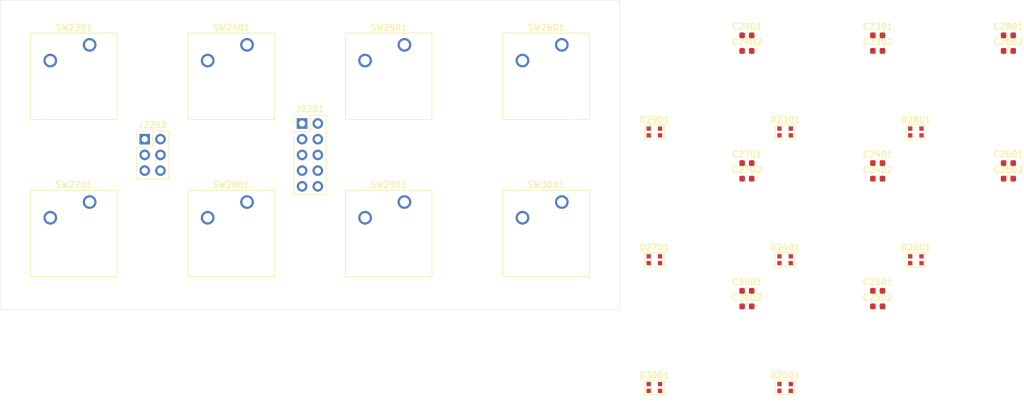
<source format=kicad_pcb>
(kicad_pcb (version 20241229) (generator "pcbnew") (generator_version "9.0")
  (layers (0 "F.Cu" signal) (2 "B.Cu" signal) (13 "F.Paste" user) (15 "B.Paste" user) (5 "F.SilkS" user "F.Silkscreen") (7 "B.SilkS" user "B.Silkscreen") (1 "F.Mask" user) (3 "B.Mask" user) (25 "Edge.Cuts" user))
  (net 0 "")
  (net 1 "/button8/LED_5V")
  (net 2 "GND")
  (net 3 "/button8/1_GPB0")
  (net 4 "/button8/1_GPB1")
  (net 5 "/button8/1_GPB2")
  (net 6 "/button8/1_GPB3")
  (net 7 "/button8/1_GPB4")
  (net 8 "/button8/1_GPB5")
  (net 9 "/button8/1_GPB6")
  (net 10 "/button8/1_GPB7")
  (net 11 "/button8/LED_DIN")
  (net 12 "/button8/button/DOUT")
  (net 13 "/button8/button1/DOUT")
  (net 14 "/button8/button2/DOUT")
  (net 15 "/button8/button3/DOUT")
  (net 16 "/button8/button4/DOUT")
  (net 17 "/button8/button5/DOUT")
  (net 18 "/button8/button6/DOUT")
  (net 19 "/button8/LED_DOUT")
  (footprint "Connector_PinHeader_2.54mm:PinHeader_2x05_P2.54mm_Vertical" (layer "F.Cu") (at 98.725 69.925)
    (property "Reference" "J2201" (at 1.27 -2.33 0) (layer "F.SilkS"))
    (property "Value" "Conn_02x05_Odd_Even")
    (fp_line (start -1.33 -1.33) (end 0 -1.33) (stroke (width 0.12)) (layer "F.SilkS"))
    (fp_line (start -1.33 0) (end -1.33 -1.33) (stroke (width 0.12)) (layer "F.SilkS"))
    (fp_line (start -1.33 1.27) (end -1.33 11.49) (stroke (width 0.12)) (layer "F.SilkS"))
    (fp_line (start -1.33 1.27) (end 1.27 1.27) (stroke (width 0.12)) (layer "F.SilkS"))
    (fp_line (start -1.33 11.49) (end 3.87 11.49) (stroke (width 0.12)) (layer "F.SilkS"))
    (fp_line (start 1.27 -1.33) (end 3.87 -1.33) (stroke (width 0.12)) (layer "F.SilkS"))
    (fp_line (start 1.27 1.27) (end 1.27 -1.33) (stroke (width 0.12)) (layer "F.SilkS"))
    (fp_line (start 3.87 -1.33) (end 3.87 11.49) (stroke (width 0.12)) (layer "F.SilkS"))
    (pad "1" thru_hole rect (at 0 0) (size 1.7 1.7) (drill 1) (layers "*.Cu" "*.Mask") (net 2 "GND"))
    (pad "2" thru_hole oval (at 2.54 0) (size 1.7 1.7) (drill 1) (layers "*.Cu" "*.Mask") (net 2 "GND"))
    (pad "3" thru_hole oval (at 0 2.54) (size 1.7 1.7) (drill 1) (layers "*.Cu" "*.Mask") (net 3 "/button8/1_GPB0"))
    (pad "4" thru_hole oval (at 2.54 2.54) (size 1.7 1.7) (drill 1) (layers "*.Cu" "*.Mask") (net 4 "/button8/1_GPB1"))
    (pad "5" thru_hole oval (at 0 5.08) (size 1.7 1.7) (drill 1) (layers "*.Cu" "*.Mask") (net 5 "/button8/1_GPB2"))
    (pad "6" thru_hole oval (at 2.54 5.08) (size 1.7 1.7) (drill 1) (layers "*.Cu" "*.Mask") (net 6 "/button8/1_GPB3"))
    (pad "7" thru_hole oval (at 0 7.62) (size 1.7 1.7) (drill 1) (layers "*.Cu" "*.Mask") (net 7 "/button8/1_GPB4"))
    (pad "8" thru_hole oval (at 2.54 7.62) (size 1.7 1.7) (drill 1) (layers "*.Cu" "*.Mask") (net 8 "/button8/1_GPB5"))
    (pad "9" thru_hole oval (at 0 10.16) (size 1.7 1.7) (drill 1) (layers "*.Cu" "*.Mask") (net 9 "/button8/1_GPB6"))
    (pad "10" thru_hole oval (at 2.54 10.16) (size 1.7 1.7) (drill 1) (layers "*.Cu" "*.Mask") (net 10 "/button8/1_GPB7"))
  )
  (footprint "Capacitor_SMD:C_0603_1608Metric" (layer "F.Cu") (at 191.61 99.48)
    (property "Reference" "C2502" (at 0 -1.43 0) (layer "F.SilkS"))
    (property "Value" "100n")
    (fp_line (start -0.14058 -0.51) (end 0.14058 -0.51) (stroke (width 0.12)) (layer "F.SilkS"))
    (fp_line (start -0.14058 0.51) (end 0.14058 0.51) (stroke (width 0.12)) (layer "F.SilkS"))
    (pad "1" smd roundrect (at -0.775 0) (size 0.9 0.95) (layers "F.Cu" "F.Mask" "F.Paste") (net 5 "/button8/1_GPB2"))
    (pad "2" smd roundrect (at 0.775 0) (size 0.9 0.95) (layers "F.Cu" "F.Mask" "F.Paste") (net 2 "GND"))
  )
  (footprint "LED_SMD:LED_WS2812B-2020_PLCC4_2.0x2.0mm" (layer "F.Cu") (at 155.575 112.58)
    (property "Reference" "D3001" (at 0 -2 0) (layer "F.SilkS"))
    (property "Value" "WS2812B-2020")
    (fp_line (start -1.6 1.15) (end -1.6 -0.85) (stroke (width 0.12)) (layer "F.SilkS"))
    (fp_line (start -1.6 1.15) (end 1.6 1.15) (stroke (width 0.12)) (layer "F.SilkS"))
    (fp_line (start -1.3 -1.15) (end -1.6 -0.85) (stroke (width 0.12)) (layer "F.SilkS"))
    (fp_line (start -1.3 -1.15) (end 1.6 -1.15) (stroke (width 0.12)) (layer "F.SilkS"))
    (fp_line (start 1.6 -1.15) (end 1.6 1.15) (stroke (width 0.12)) (layer "F.SilkS"))
    (pad "1" smd rect (at -0.915 -0.55) (size 0.7 0.7) (layers "F.Cu" "F.Mask" "F.Paste") (net 19 "/button8/LED_DOUT"))
    (pad "2" smd rect (at -0.915 0.55) (size 0.7 0.7) (layers "F.Cu" "F.Mask" "F.Paste") (net 2 "GND"))
    (pad "3" smd rect (at 0.915 0.55) (size 0.7 0.7) (layers "F.Cu" "F.Mask" "F.Paste") (net 18 "/button8/button6/DOUT"))
    (pad "4" smd rect (at 0.915 -0.55) (size 0.7 0.7) (layers "F.Cu" "F.Mask" "F.Paste") (net 1 "/button8/LED_5V"))
  )
  (footprint "Connector_PinHeader_2.54mm:PinHeader_2x03_P2.54mm_Vertical" (layer "F.Cu") (at 73.33 72.46)
    (property "Reference" "J2202" (at 1.27 -2.33 0) (layer "F.SilkS"))
    (property "Value" "Conn_02x03_Odd_Even")
    (fp_line (start -1.33 -1.33) (end 0 -1.33) (stroke (width 0.12)) (layer "F.SilkS"))
    (fp_line (start -1.33 0) (end -1.33 -1.33) (stroke (width 0.12)) (layer "F.SilkS"))
    (fp_line (start -1.33 1.27) (end -1.33 6.41) (stroke (width 0.12)) (layer "F.SilkS"))
    (fp_line (start -1.33 1.27) (end 1.27 1.27) (stroke (width 0.12)) (layer "F.SilkS"))
    (fp_line (start -1.33 6.41) (end 3.87 6.41) (stroke (width 0.12)) (layer "F.SilkS"))
    (fp_line (start 1.27 -1.33) (end 3.87 -1.33) (stroke (width 0.12)) (layer "F.SilkS"))
    (fp_line (start 1.27 1.27) (end 1.27 -1.33) (stroke (width 0.12)) (layer "F.SilkS"))
    (fp_line (start 3.87 -1.33) (end 3.87 6.41) (stroke (width 0.12)) (layer "F.SilkS"))
    (pad "1" thru_hole rect (at 0 0) (size 1.7 1.7) (drill 1) (layers "*.Cu" "*.Mask") (net 2 "GND"))
    (pad "2" thru_hole oval (at 2.54 0) (size 1.7 1.7) (drill 1) (layers "*.Cu" "*.Mask") (net 2 "GND"))
    (pad "3" thru_hole oval (at 0 2.54) (size 1.7 1.7) (drill 1) (layers "*.Cu" "*.Mask") (net 11 "/button8/LED_DIN"))
    (pad "4" thru_hole oval (at 2.54 2.54) (size 1.7 1.7) (drill 1) (layers "*.Cu" "*.Mask") (net 19 "/button8/LED_DOUT"))
    (pad "5" thru_hole oval (at 0 5.08) (size 1.7 1.7) (drill 1) (layers "*.Cu" "*.Mask") (net 1 "/button8/LED_5V"))
    (pad "6" thru_hole oval (at 2.54 5.08) (size 1.7 1.7) (drill 1) (layers "*.Cu" "*.Mask") (net 1 "/button8/LED_5V"))
  )
  (footprint "Capacitor_SMD:C_0603_1608Metric" (layer "F.Cu") (at 191.61 58.2)
    (property "Reference" "C2302" (at 0 -1.43 0) (layer "F.SilkS"))
    (property "Value" "100n")
    (fp_line (start -0.14058 -0.51) (end 0.14058 -0.51) (stroke (width 0.12)) (layer "F.SilkS"))
    (fp_line (start -0.14058 0.51) (end 0.14058 0.51) (stroke (width 0.12)) (layer "F.SilkS"))
    (pad "1" smd roundrect (at -0.775 0) (size 0.9 0.95) (layers "F.Cu" "F.Mask" "F.Paste") (net 3 "/button8/1_GPB0"))
    (pad "2" smd roundrect (at 0.775 0) (size 0.9 0.95) (layers "F.Cu" "F.Mask" "F.Paste") (net 2 "GND"))
  )
  (footprint "Capacitor_SMD:C_0603_1608Metric" (layer "F.Cu") (at 170.51 78.84)
    (property "Reference" "C2702" (at 0 -1.43 0) (layer "F.SilkS"))
    (property "Value" "100n")
    (fp_line (start -0.14058 -0.51) (end 0.14058 -0.51) (stroke (width 0.12)) (layer "F.SilkS"))
    (fp_line (start -0.14058 0.51) (end 0.14058 0.51) (stroke (width 0.12)) (layer "F.SilkS"))
    (pad "1" smd roundrect (at -0.775 0) (size 0.9 0.95) (layers "F.Cu" "F.Mask" "F.Paste") (net 7 "/button8/1_GPB4"))
    (pad "2" smd roundrect (at 0.775 0) (size 0.9 0.95) (layers "F.Cu" "F.Mask" "F.Paste") (net 2 "GND"))
  )
  (footprint "Button_Switch_Keyboard:SW_Cherry_MX_1.00u_PCB" (layer "F.Cu") (at 64.44 82.62)
    (property "Reference" "SW2701" (at -2.54 -2.794 0) (layer "F.SilkS"))
    (property "Value" "SW_Push")
    (fp_line (start -9.525 -1.905) (end 4.445 -1.905) (stroke (width 0.12)) (layer "F.SilkS"))
    (fp_line (start -9.525 12.065) (end -9.525 -1.905) (stroke (width 0.12)) (layer "F.SilkS"))
    (fp_line (start 4.445 -1.905) (end 4.445 12.065) (stroke (width 0.12)) (layer "F.SilkS"))
    (fp_line (start 4.445 12.065) (end -9.525 12.065) (stroke (width 0.12)) (layer "F.SilkS"))
    (pad "" np_thru_hole circle (at -7.62 5.08) (size 1.7 1.7) (drill 1.7) (layers "*.Cu" "*.Mask"))
    (pad "" np_thru_hole circle (at -2.54 5.08) (size 4 4) (drill 4) (layers "*.Cu" "*.Mask"))
    (pad "" np_thru_hole circle (at 2.54 5.08) (size 1.7 1.7) (drill 1.7) (layers "*.Cu" "*.Mask"))
    (pad "1" thru_hole circle (at 0 0) (size 2.2 2.2) (drill 1.5) (layers "*.Cu" "*.Mask") (net 7 "/button8/1_GPB4"))
    (pad "2" thru_hole circle (at -6.35 2.54) (size 2.2 2.2) (drill 1.5) (layers "*.Cu" "*.Mask") (net 2 "GND"))
  )
  (footprint "LED_SMD:LED_WS2812B-2020_PLCC4_2.0x2.0mm" (layer "F.Cu") (at 176.675 91.94)
    (property "Reference" "D2401" (at 0 -2 0) (layer "F.SilkS"))
    (property "Value" "WS2812B-2020")
    (fp_line (start -1.6 1.15) (end -1.6 -0.85) (stroke (width 0.12)) (layer "F.SilkS"))
    (fp_line (start -1.6 1.15) (end 1.6 1.15) (stroke (width 0.12)) (layer "F.SilkS"))
    (fp_line (start -1.3 -1.15) (end -1.6 -0.85) (stroke (width 0.12)) (layer "F.SilkS"))
    (fp_line (start -1.3 -1.15) (end 1.6 -1.15) (stroke (width 0.12)) (layer "F.SilkS"))
    (fp_line (start 1.6 -1.15) (end 1.6 1.15) (stroke (width 0.12)) (layer "F.SilkS"))
    (pad "1" smd rect (at -0.915 -0.55) (size 0.7 0.7) (layers "F.Cu" "F.Mask" "F.Paste") (net 13 "/button8/button1/DOUT"))
    (pad "2" smd rect (at -0.915 0.55) (size 0.7 0.7) (layers "F.Cu" "F.Mask" "F.Paste") (net 2 "GND"))
    (pad "3" smd rect (at 0.915 0.55) (size 0.7 0.7) (layers "F.Cu" "F.Mask" "F.Paste") (net 12 "/button8/button/DOUT"))
    (pad "4" smd rect (at 0.915 -0.55) (size 0.7 0.7) (layers "F.Cu" "F.Mask" "F.Paste") (net 1 "/button8/LED_5V"))
  )
  (footprint "Capacitor_SMD:C_0603_1608Metric" (layer "F.Cu") (at 170.51 99.48)
    (property "Reference" "C3002" (at 0 -1.43 0) (layer "F.SilkS"))
    (property "Value" "100n")
    (fp_line (start -0.14058 -0.51) (end 0.14058 -0.51) (stroke (width 0.12)) (layer "F.SilkS"))
    (fp_line (start -0.14058 0.51) (end 0.14058 0.51) (stroke (width 0.12)) (layer "F.SilkS"))
    (pad "1" smd roundrect (at -0.775 0) (size 0.9 0.95) (layers "F.Cu" "F.Mask" "F.Paste") (net 10 "/button8/1_GPB7"))
    (pad "2" smd roundrect (at 0.775 0) (size 0.9 0.95) (layers "F.Cu" "F.Mask" "F.Paste") (net 2 "GND"))
  )
  (footprint "Button_Switch_Keyboard:SW_Cherry_MX_1.00u_PCB" (layer "F.Cu") (at 115.24 57.22)
    (property "Reference" "SW2501" (at -2.54 -2.794 0) (layer "F.SilkS"))
    (property "Value" "SW_Push")
    (fp_line (start -9.525 -1.905) (end 4.445 -1.905) (stroke (width 0.12)) (layer "F.SilkS"))
    (fp_line (start -9.525 12.065) (end -9.525 -1.905) (stroke (width 0.12)) (layer "F.SilkS"))
    (fp_line (start 4.445 -1.905) (end 4.445 12.065) (stroke (width 0.12)) (layer "F.SilkS"))
    (fp_line (start 4.445 12.065) (end -9.525 12.065) (stroke (width 0.12)) (layer "F.SilkS"))
    (pad "" np_thru_hole circle (at -7.62 5.08) (size 1.7 1.7) (drill 1.7) (layers "*.Cu" "*.Mask"))
    (pad "" np_thru_hole circle (at -2.54 5.08) (size 4 4) (drill 4) (layers "*.Cu" "*.Mask"))
    (pad "" np_thru_hole circle (at 2.54 5.08) (size 1.7 1.7) (drill 1.7) (layers "*.Cu" "*.Mask"))
    (pad "1" thru_hole circle (at 0 0) (size 2.2 2.2) (drill 1.5) (layers "*.Cu" "*.Mask") (net 5 "/button8/1_GPB2"))
    (pad "2" thru_hole circle (at -6.35 2.54) (size 2.2 2.2) (drill 1.5) (layers "*.Cu" "*.Mask") (net 2 "GND"))
  )
  (footprint "Capacitor_SMD:C_0603_1608Metric" (layer "F.Cu") (at 191.61 76.33)
    (property "Reference" "C2401" (at 0 -1.43 0) (layer "F.SilkS"))
    (property "Value" "100n")
    (fp_line (start -0.14058 -0.51) (end 0.14058 -0.51) (stroke (width 0.12)) (layer "F.SilkS"))
    (fp_line (start -0.14058 0.51) (end 0.14058 0.51) (stroke (width 0.12)) (layer "F.SilkS"))
    (pad "1" smd roundrect (at -0.775 0) (size 0.9 0.95) (layers "F.Cu" "F.Mask" "F.Paste") (net 1 "/button8/LED_5V"))
    (pad "2" smd roundrect (at 0.775 0) (size 0.9 0.95) (layers "F.Cu" "F.Mask" "F.Paste") (net 2 "GND"))
  )
  (footprint "Capacitor_SMD:C_0603_1608Metric" (layer "F.Cu") (at 170.51 58.2)
    (property "Reference" "C2902" (at 0 -1.43 0) (layer "F.SilkS"))
    (property "Value" "100n")
    (fp_line (start -0.14058 -0.51) (end 0.14058 -0.51) (stroke (width 0.12)) (layer "F.SilkS"))
    (fp_line (start -0.14058 0.51) (end 0.14058 0.51) (stroke (width 0.12)) (layer "F.SilkS"))
    (pad "1" smd roundrect (at -0.775 0) (size 0.9 0.95) (layers "F.Cu" "F.Mask" "F.Paste") (net 9 "/button8/1_GPB6"))
    (pad "2" smd roundrect (at 0.775 0) (size 0.9 0.95) (layers "F.Cu" "F.Mask" "F.Paste") (net 2 "GND"))
  )
  (footprint "Capacitor_SMD:C_0603_1608Metric" (layer "F.Cu") (at 212.71 55.69)
    (property "Reference" "C2801" (at 0 -1.43 0) (layer "F.SilkS"))
    (property "Value" "100n")
    (fp_line (start -0.14058 -0.51) (end 0.14058 -0.51) (stroke (width 0.12)) (layer "F.SilkS"))
    (fp_line (start -0.14058 0.51) (end 0.14058 0.51) (stroke (width 0.12)) (layer "F.SilkS"))
    (pad "1" smd roundrect (at -0.775 0) (size 0.9 0.95) (layers "F.Cu" "F.Mask" "F.Paste") (net 1 "/button8/LED_5V"))
    (pad "2" smd roundrect (at 0.775 0) (size 0.9 0.95) (layers "F.Cu" "F.Mask" "F.Paste") (net 2 "GND"))
  )
  (footprint "Button_Switch_Keyboard:SW_Cherry_MX_1.00u_PCB" (layer "F.Cu") (at 140.64 57.22)
    (property "Reference" "SW2601" (at -2.54 -2.794 0) (layer "F.SilkS"))
    (property "Value" "SW_Push")
    (fp_line (start -9.525 -1.905) (end 4.445 -1.905) (stroke (width 0.12)) (layer "F.SilkS"))
    (fp_line (start -9.525 12.065) (end -9.525 -1.905) (stroke (width 0.12)) (layer "F.SilkS"))
    (fp_line (start 4.445 -1.905) (end 4.445 12.065) (stroke (width 0.12)) (layer "F.SilkS"))
    (fp_line (start 4.445 12.065) (end -9.525 12.065) (stroke (width 0.12)) (layer "F.SilkS"))
    (pad "" np_thru_hole circle (at -7.62 5.08) (size 1.7 1.7) (drill 1.7) (layers "*.Cu" "*.Mask"))
    (pad "" np_thru_hole circle (at -2.54 5.08) (size 4 4) (drill 4) (layers "*.Cu" "*.Mask"))
    (pad "" np_thru_hole circle (at 2.54 5.08) (size 1.7 1.7) (drill 1.7) (layers "*.Cu" "*.Mask"))
    (pad "1" thru_hole circle (at 0 0) (size 2.2 2.2) (drill 1.5) (layers "*.Cu" "*.Mask") (net 6 "/button8/1_GPB3"))
    (pad "2" thru_hole circle (at -6.35 2.54) (size 2.2 2.2) (drill 1.5) (layers "*.Cu" "*.Mask") (net 2 "GND"))
  )
  (footprint "LED_SMD:LED_WS2812B-2020_PLCC4_2.0x2.0mm" (layer "F.Cu") (at 197.775 91.94)
    (property "Reference" "D2601" (at 0 -2 0) (layer "F.SilkS"))
    (property "Value" "WS2812B-2020")
    (fp_line (start -1.6 1.15) (end -1.6 -0.85) (stroke (width 0.12)) (layer "F.SilkS"))
    (fp_line (start -1.6 1.15) (end 1.6 1.15) (stroke (width 0.12)) (layer "F.SilkS"))
    (fp_line (start -1.3 -1.15) (end -1.6 -0.85) (stroke (width 0.12)) (layer "F.SilkS"))
    (fp_line (start -1.3 -1.15) (end 1.6 -1.15) (stroke (width 0.12)) (layer "F.SilkS"))
    (fp_line (start 1.6 -1.15) (end 1.6 1.15) (stroke (width 0.12)) (layer "F.SilkS"))
    (pad "1" smd rect (at -0.915 -0.55) (size 0.7 0.7) (layers "F.Cu" "F.Mask" "F.Paste") (net 15 "/button8/button3/DOUT"))
    (pad "2" smd rect (at -0.915 0.55) (size 0.7 0.7) (layers "F.Cu" "F.Mask" "F.Paste") (net 2 "GND"))
    (pad "3" smd rect (at 0.915 0.55) (size 0.7 0.7) (layers "F.Cu" "F.Mask" "F.Paste") (net 14 "/button8/button2/DOUT"))
    (pad "4" smd rect (at 0.915 -0.55) (size 0.7 0.7) (layers "F.Cu" "F.Mask" "F.Paste") (net 1 "/button8/LED_5V"))
  )
  (footprint "Capacitor_SMD:C_0603_1608Metric" (layer "F.Cu") (at 170.51 76.33)
    (property "Reference" "C2701" (at 0 -1.43 0) (layer "F.SilkS"))
    (property "Value" "100n")
    (fp_line (start -0.14058 -0.51) (end 0.14058 -0.51) (stroke (width 0.12)) (layer "F.SilkS"))
    (fp_line (start -0.14058 0.51) (end 0.14058 0.51) (stroke (width 0.12)) (layer "F.SilkS"))
    (pad "1" smd roundrect (at -0.775 0) (size 0.9 0.95) (layers "F.Cu" "F.Mask" "F.Paste") (net 1 "/button8/LED_5V"))
    (pad "2" smd roundrect (at 0.775 0) (size 0.9 0.95) (layers "F.Cu" "F.Mask" "F.Paste") (net 2 "GND"))
  )
  (footprint "Button_Switch_Keyboard:SW_Cherry_MX_1.00u_PCB" (layer "F.Cu") (at 64.44 57.22)
    (property "Reference" "SW2301" (at -2.54 -2.794 0) (layer "F.SilkS"))
    (property "Value" "SW_Push")
    (fp_line (start -9.525 -1.905) (end 4.445 -1.905) (stroke (width 0.12)) (layer "F.SilkS"))
    (fp_line (start -9.525 12.065) (end -9.525 -1.905) (stroke (width 0.12)) (layer "F.SilkS"))
    (fp_line (start 4.445 -1.905) (end 4.445 12.065) (stroke (width 0.12)) (layer "F.SilkS"))
    (fp_line (start 4.445 12.065) (end -9.525 12.065) (stroke (width 0.12)) (layer "F.SilkS"))
    (pad "" np_thru_hole circle (at -7.62 5.08) (size 1.7 1.7) (drill 1.7) (layers "*.Cu" "*.Mask"))
    (pad "" np_thru_hole circle (at -2.54 5.08) (size 4 4) (drill 4) (layers "*.Cu" "*.Mask"))
    (pad "" np_thru_hole circle (at 2.54 5.08) (size 1.7 1.7) (drill 1.7) (layers "*.Cu" "*.Mask"))
    (pad "1" thru_hole circle (at 0 0) (size 2.2 2.2) (drill 1.5) (layers "*.Cu" "*.Mask") (net 3 "/button8/1_GPB0"))
    (pad "2" thru_hole circle (at -6.35 2.54) (size 2.2 2.2) (drill 1.5) (layers "*.Cu" "*.Mask") (net 2 "GND"))
  )
  (footprint "LED_SMD:LED_WS2812B-2020_PLCC4_2.0x2.0mm" (layer "F.Cu") (at 197.775 71.3)
    (property "Reference" "D2801" (at 0 -2 0) (layer "F.SilkS"))
    (property "Value" "WS2812B-2020")
    (fp_line (start -1.6 1.15) (end -1.6 -0.85) (stroke (width 0.12)) (layer "F.SilkS"))
    (fp_line (start -1.6 1.15) (end 1.6 1.15) (stroke (width 0.12)) (layer "F.SilkS"))
    (fp_line (start -1.3 -1.15) (end -1.6 -0.85) (stroke (width 0.12)) (layer "F.SilkS"))
    (fp_line (start -1.3 -1.15) (end 1.6 -1.15) (stroke (width 0.12)) (layer "F.SilkS"))
    (fp_line (start 1.6 -1.15) (end 1.6 1.15) (stroke (width 0.12)) (layer "F.SilkS"))
    (pad "1" smd rect (at -0.915 -0.55) (size 0.7 0.7) (layers "F.Cu" "F.Mask" "F.Paste") (net 17 "/button8/button5/DOUT"))
    (pad "2" smd rect (at -0.915 0.55) (size 0.7 0.7) (layers "F.Cu" "F.Mask" "F.Paste") (net 2 "GND"))
    (pad "3" smd rect (at 0.915 0.55) (size 0.7 0.7) (layers "F.Cu" "F.Mask" "F.Paste") (net 16 "/button8/button4/DOUT"))
    (pad "4" smd rect (at 0.915 -0.55) (size 0.7 0.7) (layers "F.Cu" "F.Mask" "F.Paste") (net 1 "/button8/LED_5V"))
  )
  (footprint "Button_Switch_Keyboard:SW_Cherry_MX_1.00u_PCB" (layer "F.Cu") (at 89.84 82.62)
    (property "Reference" "SW2801" (at -2.54 -2.794 0) (layer "F.SilkS"))
    (property "Value" "SW_Push")
    (fp_line (start -9.525 -1.905) (end 4.445 -1.905) (stroke (width 0.12)) (layer "F.SilkS"))
    (fp_line (start -9.525 12.065) (end -9.525 -1.905) (stroke (width 0.12)) (layer "F.SilkS"))
    (fp_line (start 4.445 -1.905) (end 4.445 12.065) (stroke (width 0.12)) (layer "F.SilkS"))
    (fp_line (start 4.445 12.065) (end -9.525 12.065) (stroke (width 0.12)) (layer "F.SilkS"))
    (pad "" np_thru_hole circle (at -7.62 5.08) (size 1.7 1.7) (drill 1.7) (layers "*.Cu" "*.Mask"))
    (pad "" np_thru_hole circle (at -2.54 5.08) (size 4 4) (drill 4) (layers "*.Cu" "*.Mask"))
    (pad "" np_thru_hole circle (at 2.54 5.08) (size 1.7 1.7) (drill 1.7) (layers "*.Cu" "*.Mask"))
    (pad "1" thru_hole circle (at 0 0) (size 2.2 2.2) (drill 1.5) (layers "*.Cu" "*.Mask") (net 8 "/button8/1_GPB5"))
    (pad "2" thru_hole circle (at -6.35 2.54) (size 2.2 2.2) (drill 1.5) (layers "*.Cu" "*.Mask") (net 2 "GND"))
  )
  (footprint "Capacitor_SMD:C_0603_1608Metric" (layer "F.Cu") (at 170.51 96.97)
    (property "Reference" "C3001" (at 0 -1.43 0) (layer "F.SilkS"))
    (property "Value" "100n")
    (fp_line (start -0.14058 -0.51) (end 0.14058 -0.51) (stroke (width 0.12)) (layer "F.SilkS"))
    (fp_line (start -0.14058 0.51) (end 0.14058 0.51) (stroke (width 0.12)) (layer "F.SilkS"))
    (pad "1" smd roundrect (at -0.775 0) (size 0.9 0.95) (layers "F.Cu" "F.Mask" "F.Paste") (net 1 "/button8/LED_5V"))
    (pad "2" smd roundrect (at 0.775 0) (size 0.9 0.95) (layers "F.Cu" "F.Mask" "F.Paste") (net 2 "GND"))
  )
  (footprint "Button_Switch_Keyboard:SW_Cherry_MX_1.00u_PCB" (layer "F.Cu") (at 115.24 82.62)
    (property "Reference" "SW2901" (at -2.54 -2.794 0) (layer "F.SilkS"))
    (property "Value" "SW_Push")
    (fp_line (start -9.525 -1.905) (end 4.445 -1.905) (stroke (width 0.12)) (layer "F.SilkS"))
    (fp_line (start -9.525 12.065) (end -9.525 -1.905) (stroke (width 0.12)) (layer "F.SilkS"))
    (fp_line (start 4.445 -1.905) (end 4.445 12.065) (stroke (width 0.12)) (layer "F.SilkS"))
    (fp_line (start 4.445 12.065) (end -9.525 12.065) (stroke (width 0.12)) (layer "F.SilkS"))
    (pad "" np_thru_hole circle (at -7.62 5.08) (size 1.7 1.7) (drill 1.7) (layers "*.Cu" "*.Mask"))
    (pad "" np_thru_hole circle (at -2.54 5.08) (size 4 4) (drill 4) (layers "*.Cu" "*.Mask"))
    (pad "" np_thru_hole circle (at 2.54 5.08) (size 1.7 1.7) (drill 1.7) (layers "*.Cu" "*.Mask"))
    (pad "1" thru_hole circle (at 0 0) (size 2.2 2.2) (drill 1.5) (layers "*.Cu" "*.Mask") (net 9 "/button8/1_GPB6"))
    (pad "2" thru_hole circle (at -6.35 2.54) (size 2.2 2.2) (drill 1.5) (layers "*.Cu" "*.Mask") (net 2 "GND"))
  )
  (footprint "Capacitor_SMD:C_0603_1608Metric" (layer "F.Cu") (at 212.71 58.2)
    (property "Reference" "C2802" (at 0 -1.43 0) (layer "F.SilkS"))
    (property "Value" "100n")
    (fp_line (start -0.14058 -0.51) (end 0.14058 -0.51) (stroke (width 0.12)) (layer "F.SilkS"))
    (fp_line (start -0.14058 0.51) (end 0.14058 0.51) (stroke (width 0.12)) (layer "F.SilkS"))
    (pad "1" smd roundrect (at -0.775 0) (size 0.9 0.95) (layers "F.Cu" "F.Mask" "F.Paste") (net 8 "/button8/1_GPB5"))
    (pad "2" smd roundrect (at 0.775 0) (size 0.9 0.95) (layers "F.Cu" "F.Mask" "F.Paste") (net 2 "GND"))
  )
  (footprint "LED_SMD:LED_WS2812B-2020_PLCC4_2.0x2.0mm" (layer "F.Cu") (at 176.675 71.3)
    (property "Reference" "D2301" (at 0 -2 0) (layer "F.SilkS"))
    (property "Value" "WS2812B-2020")
    (fp_line (start -1.6 1.15) (end -1.6 -0.85) (stroke (width 0.12)) (layer "F.SilkS"))
    (fp_line (start -1.6 1.15) (end 1.6 1.15) (stroke (width 0.12)) (layer "F.SilkS"))
    (fp_line (start -1.3 -1.15) (end -1.6 -0.85) (stroke (width 0.12)) (layer "F.SilkS"))
    (fp_line (start -1.3 -1.15) (end 1.6 -1.15) (stroke (width 0.12)) (layer "F.SilkS"))
    (fp_line (start 1.6 -1.15) (end 1.6 1.15) (stroke (width 0.12)) (layer "F.SilkS"))
    (pad "1" smd rect (at -0.915 -0.55) (size 0.7 0.7) (layers "F.Cu" "F.Mask" "F.Paste") (net 12 "/button8/button/DOUT"))
    (pad "2" smd rect (at -0.915 0.55) (size 0.7 0.7) (layers "F.Cu" "F.Mask" "F.Paste") (net 2 "GND"))
    (pad "3" smd rect (at 0.915 0.55) (size 0.7 0.7) (layers "F.Cu" "F.Mask" "F.Paste") (net 11 "/button8/LED_DIN"))
    (pad "4" smd rect (at 0.915 -0.55) (size 0.7 0.7) (layers "F.Cu" "F.Mask" "F.Paste") (net 1 "/button8/LED_5V"))
  )
  (footprint "Capacitor_SMD:C_0603_1608Metric" (layer "F.Cu") (at 212.71 76.33)
    (property "Reference" "C2601" (at 0 -1.43 0) (layer "F.SilkS"))
    (property "Value" "100n")
    (fp_line (start -0.14058 -0.51) (end 0.14058 -0.51) (stroke (width 0.12)) (layer "F.SilkS"))
    (fp_line (start -0.14058 0.51) (end 0.14058 0.51) (stroke (width 0.12)) (layer "F.SilkS"))
    (pad "1" smd roundrect (at -0.775 0) (size 0.9 0.95) (layers "F.Cu" "F.Mask" "F.Paste") (net 1 "/button8/LED_5V"))
    (pad "2" smd roundrect (at 0.775 0) (size 0.9 0.95) (layers "F.Cu" "F.Mask" "F.Paste") (net 2 "GND"))
  )
  (footprint "Capacitor_SMD:C_0603_1608Metric" (layer "F.Cu") (at 191.61 55.69)
    (property "Reference" "C2301" (at 0 -1.43 0) (layer "F.SilkS"))
    (property "Value" "100n")
    (fp_line (start -0.14058 -0.51) (end 0.14058 -0.51) (stroke (width 0.12)) (layer "F.SilkS"))
    (fp_line (start -0.14058 0.51) (end 0.14058 0.51) (stroke (width 0.12)) (layer "F.SilkS"))
    (pad "1" smd roundrect (at -0.775 0) (size 0.9 0.95) (layers "F.Cu" "F.Mask" "F.Paste") (net 1 "/button8/LED_5V"))
    (pad "2" smd roundrect (at 0.775 0) (size 0.9 0.95) (layers "F.Cu" "F.Mask" "F.Paste") (net 2 "GND"))
  )
  (footprint "LED_SMD:LED_WS2812B-2020_PLCC4_2.0x2.0mm" (layer "F.Cu") (at 155.575 91.94)
    (property "Reference" "D2701" (at 0 -2 0) (layer "F.SilkS"))
    (property "Value" "WS2812B-2020")
    (fp_line (start -1.6 1.15) (end -1.6 -0.85) (stroke (width 0.12)) (layer "F.SilkS"))
    (fp_line (start -1.6 1.15) (end 1.6 1.15) (stroke (width 0.12)) (layer "F.SilkS"))
    (fp_line (start -1.3 -1.15) (end -1.6 -0.85) (stroke (width 0.12)) (layer "F.SilkS"))
    (fp_line (start -1.3 -1.15) (end 1.6 -1.15) (stroke (width 0.12)) (layer "F.SilkS"))
    (fp_line (start 1.6 -1.15) (end 1.6 1.15) (stroke (width 0.12)) (layer "F.SilkS"))
    (pad "1" smd rect (at -0.915 -0.55) (size 0.7 0.7) (layers "F.Cu" "F.Mask" "F.Paste") (net 16 "/button8/button4/DOUT"))
    (pad "2" smd rect (at -0.915 0.55) (size 0.7 0.7) (layers "F.Cu" "F.Mask" "F.Paste") (net 2 "GND"))
    (pad "3" smd rect (at 0.915 0.55) (size 0.7 0.7) (layers "F.Cu" "F.Mask" "F.Paste") (net 15 "/button8/button3/DOUT"))
    (pad "4" smd rect (at 0.915 -0.55) (size 0.7 0.7) (layers "F.Cu" "F.Mask" "F.Paste") (net 1 "/button8/LED_5V"))
  )
  (footprint "LED_SMD:LED_WS2812B-2020_PLCC4_2.0x2.0mm" (layer "F.Cu") (at 176.675 112.58)
    (property "Reference" "D2501" (at 0 -2 0) (layer "F.SilkS"))
    (property "Value" "WS2812B-2020")
    (fp_line (start -1.6 1.15) (end -1.6 -0.85) (stroke (width 0.12)) (layer "F.SilkS"))
    (fp_line (start -1.6 1.15) (end 1.6 1.15) (stroke (width 0.12)) (layer "F.SilkS"))
    (fp_line (start -1.3 -1.15) (end -1.6 -0.85) (stroke (width 0.12)) (layer "F.SilkS"))
    (fp_line (start -1.3 -1.15) (end 1.6 -1.15) (stroke (width 0.12)) (layer "F.SilkS"))
    (fp_line (start 1.6 -1.15) (end 1.6 1.15) (stroke (width 0.12)) (layer "F.SilkS"))
    (pad "1" smd rect (at -0.915 -0.55) (size 0.7 0.7) (layers "F.Cu" "F.Mask" "F.Paste") (net 14 "/button8/button2/DOUT"))
    (pad "2" smd rect (at -0.915 0.55) (size 0.7 0.7) (layers "F.Cu" "F.Mask" "F.Paste") (net 2 "GND"))
    (pad "3" smd rect (at 0.915 0.55) (size 0.7 0.7) (layers "F.Cu" "F.Mask" "F.Paste") (net 13 "/button8/button1/DOUT"))
    (pad "4" smd rect (at 0.915 -0.55) (size 0.7 0.7) (layers "F.Cu" "F.Mask" "F.Paste") (net 1 "/button8/LED_5V"))
  )
  (footprint "LED_SMD:LED_WS2812B-2020_PLCC4_2.0x2.0mm" (layer "F.Cu") (at 155.575 71.3)
    (property "Reference" "D2901" (at 0 -2 0) (layer "F.SilkS"))
    (property "Value" "WS2812B-2020")
    (fp_line (start -1.6 1.15) (end -1.6 -0.85) (stroke (width 0.12)) (layer "F.SilkS"))
    (fp_line (start -1.6 1.15) (end 1.6 1.15) (stroke (width 0.12)) (layer "F.SilkS"))
    (fp_line (start -1.3 -1.15) (end -1.6 -0.85) (stroke (width 0.12)) (layer "F.SilkS"))
    (fp_line (start -1.3 -1.15) (end 1.6 -1.15) (stroke (width 0.12)) (layer "F.SilkS"))
    (fp_line (start 1.6 -1.15) (end 1.6 1.15) (stroke (width 0.12)) (layer "F.SilkS"))
    (pad "1" smd rect (at -0.915 -0.55) (size 0.7 0.7) (layers "F.Cu" "F.Mask" "F.Paste") (net 18 "/button8/button6/DOUT"))
    (pad "2" smd rect (at -0.915 0.55) (size 0.7 0.7) (layers "F.Cu" "F.Mask" "F.Paste") (net 2 "GND"))
    (pad "3" smd rect (at 0.915 0.55) (size 0.7 0.7) (layers "F.Cu" "F.Mask" "F.Paste") (net 17 "/button8/button5/DOUT"))
    (pad "4" smd rect (at 0.915 -0.55) (size 0.7 0.7) (layers "F.Cu" "F.Mask" "F.Paste") (net 1 "/button8/LED_5V"))
  )
  (footprint "Capacitor_SMD:C_0603_1608Metric" (layer "F.Cu") (at 212.71 78.84)
    (property "Reference" "C2602" (at 0 -1.43 0) (layer "F.SilkS"))
    (property "Value" "100n")
    (fp_line (start -0.14058 -0.51) (end 0.14058 -0.51) (stroke (width 0.12)) (layer "F.SilkS"))
    (fp_line (start -0.14058 0.51) (end 0.14058 0.51) (stroke (width 0.12)) (layer "F.SilkS"))
    (pad "1" smd roundrect (at -0.775 0) (size 0.9 0.95) (layers "F.Cu" "F.Mask" "F.Paste") (net 6 "/button8/1_GPB3"))
    (pad "2" smd roundrect (at 0.775 0) (size 0.9 0.95) (layers "F.Cu" "F.Mask" "F.Paste") (net 2 "GND"))
  )
  (footprint "Capacitor_SMD:C_0603_1608Metric" (layer "F.Cu") (at 191.61 96.97)
    (property "Reference" "C2501" (at 0 -1.43 0) (layer "F.SilkS"))
    (property "Value" "100n")
    (fp_line (start -0.14058 -0.51) (end 0.14058 -0.51) (stroke (width 0.12)) (layer "F.SilkS"))
    (fp_line (start -0.14058 0.51) (end 0.14058 0.51) (stroke (width 0.12)) (layer "F.SilkS"))
    (pad "1" smd roundrect (at -0.775 0) (size 0.9 0.95) (layers "F.Cu" "F.Mask" "F.Paste") (net 1 "/button8/LED_5V"))
    (pad "2" smd roundrect (at 0.775 0) (size 0.9 0.95) (layers "F.Cu" "F.Mask" "F.Paste") (net 2 "GND"))
  )
  (footprint "Capacitor_SMD:C_0603_1608Metric" (layer "F.Cu") (at 191.61 78.84)
    (property "Reference" "C2402" (at 0 -1.43 0) (layer "F.SilkS"))
    (property "Value" "100n")
    (fp_line (start -0.14058 -0.51) (end 0.14058 -0.51) (stroke (width 0.12)) (layer "F.SilkS"))
    (fp_line (start -0.14058 0.51) (end 0.14058 0.51) (stroke (width 0.12)) (layer "F.SilkS"))
    (pad "1" smd roundrect (at -0.775 0) (size 0.9 0.95) (layers "F.Cu" "F.Mask" "F.Paste") (net 4 "/button8/1_GPB1"))
    (pad "2" smd roundrect (at 0.775 0) (size 0.9 0.95) (layers "F.Cu" "F.Mask" "F.Paste") (net 2 "GND"))
  )
  (footprint "Button_Switch_Keyboard:SW_Cherry_MX_1.00u_PCB" (layer "F.Cu") (at 89.84 57.22)
    (property "Reference" "SW2401" (at -2.54 -2.794 0) (layer "F.SilkS"))
    (property "Value" "SW_Push")
    (fp_line (start -9.525 -1.905) (end 4.445 -1.905) (stroke (width 0.12)) (layer "F.SilkS"))
    (fp_line (start -9.525 12.065) (end -9.525 -1.905) (stroke (width 0.12)) (layer "F.SilkS"))
    (fp_line (start 4.445 -1.905) (end 4.445 12.065) (stroke (width 0.12)) (layer "F.SilkS"))
    (fp_line (start 4.445 12.065) (end -9.525 12.065) (stroke (width 0.12)) (layer "F.SilkS"))
    (pad "" np_thru_hole circle (at -7.62 5.08) (size 1.7 1.7) (drill 1.7) (layers "*.Cu" "*.Mask"))
    (pad "" np_thru_hole circle (at -2.54 5.08) (size 4 4) (drill 4) (layers "*.Cu" "*.Mask"))
    (pad "" np_thru_hole circle (at 2.54 5.08) (size 1.7 1.7) (drill 1.7) (layers "*.Cu" "*.Mask"))
    (pad "1" thru_hole circle (at 0 0) (size 2.2 2.2) (drill 1.5) (layers "*.Cu" "*.Mask") (net 4 "/button8/1_GPB1"))
    (pad "2" thru_hole circle (at -6.35 2.54) (size 2.2 2.2) (drill 1.5) (layers "*.Cu" "*.Mask") (net 2 "GND"))
  )
  (footprint "Button_Switch_Keyboard:SW_Cherry_MX_1.00u_PCB" (layer "F.Cu") (at 140.64 82.62)
    (property "Reference" "SW3001" (at -2.54 -2.794 0) (layer "F.SilkS"))
    (property "Value" "SW_Push")
    (fp_line (start -9.525 -1.905) (end 4.445 -1.905) (stroke (width 0.12)) (layer "F.SilkS"))
    (fp_line (start -9.525 12.065) (end -9.525 -1.905) (stroke (width 0.12)) (layer "F.SilkS"))
    (fp_line (start 4.445 -1.905) (end 4.445 12.065) (stroke (width 0.12)) (layer "F.SilkS"))
    (fp_line (start 4.445 12.065) (end -9.525 12.065) (stroke (width 0.12)) (layer "F.SilkS"))
    (pad "" np_thru_hole circle (at -7.62 5.08) (size 1.7 1.7) (drill 1.7) (layers "*.Cu" "*.Mask"))
    (pad "" np_thru_hole circle (at -2.54 5.08) (size 4 4) (drill 4) (layers "*.Cu" "*.Mask"))
    (pad "" np_thru_hole circle (at 2.54 5.08) (size 1.7 1.7) (drill 1.7) (layers "*.Cu" "*.Mask"))
    (pad "1" thru_hole circle (at 0 0) (size 2.2 2.2) (drill 1.5) (layers "*.Cu" "*.Mask") (net 10 "/button8/1_GPB7"))
    (pad "2" thru_hole circle (at -6.35 2.54) (size 2.2 2.2) (drill 1.5) (layers "*.Cu" "*.Mask") (net 2 "GND"))
  )
  (footprint "Capacitor_SMD:C_0603_1608Metric" (layer "F.Cu") (at 170.51 55.69)
    (property "Reference" "C2901" (at 0 -1.43 0) (layer "F.SilkS"))
    (property "Value" "100n")
    (fp_line (start -0.14058 -0.51) (end 0.14058 -0.51) (stroke (width 0.12)) (layer "F.SilkS"))
    (fp_line (start -0.14058 0.51) (end 0.14058 0.51) (stroke (width 0.12)) (layer "F.SilkS"))
    (pad "1" smd roundrect (at -0.775 0) (size 0.9 0.95) (layers "F.Cu" "F.Mask" "F.Paste") (net 1 "/button8/LED_5V"))
    (pad "2" smd roundrect (at 0.775 0) (size 0.9 0.95) (layers "F.Cu" "F.Mask" "F.Paste") (net 2 "GND"))
  )
  (gr_rect (start 50 50) (end 150 100) (stroke (width 0.05)) (fill no) (layer "Edge.Cuts"))
)
</source>
